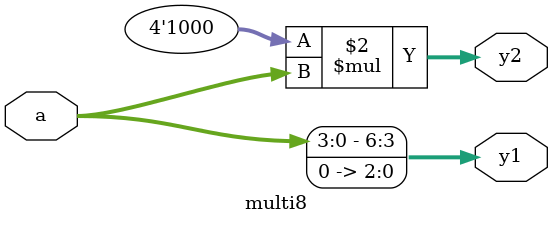
<source format=v>
module multi8(a,y1,y2);
  input [3:0]a;
  
  output [6:0]y1,y2;
  assign y1 = a<<3;
  assign y2 = 4'b1000*a;
  endmodule

</source>
